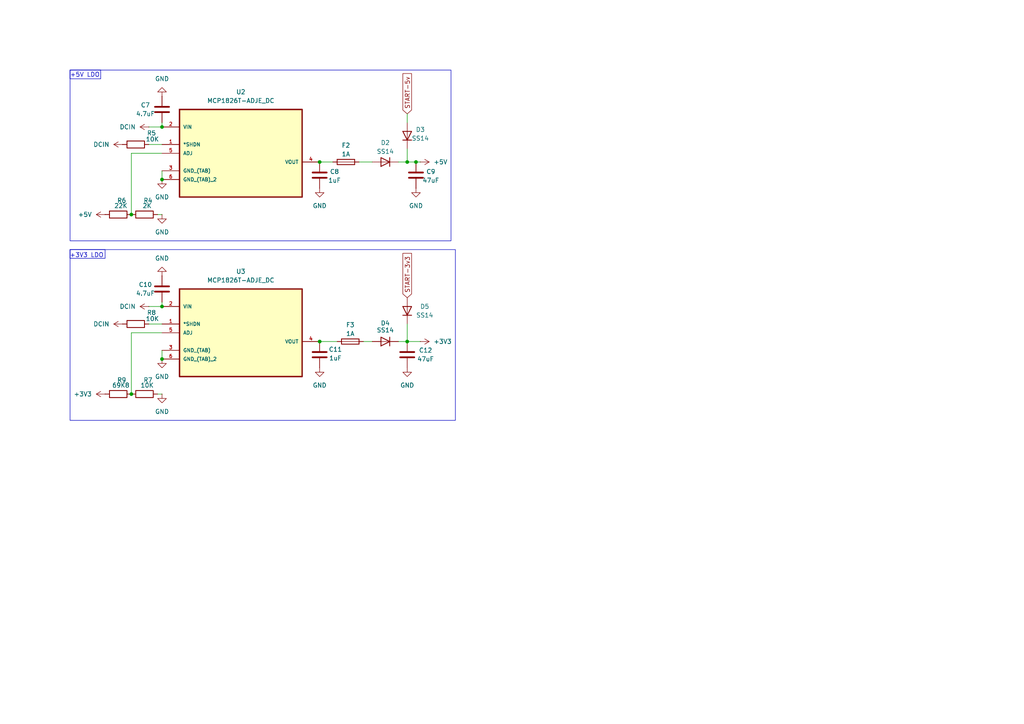
<source format=kicad_sch>
(kicad_sch (version 20250114) (generator "eeschema") (generator_version "9.0")
  (paper "A4")
  (title_block (title "LV_Regulator_Main") (rev "1.00A") (company "\"Black Horntets\" Formula Student team") (comment 1 "Authors: Dusan Novkovic; Nikola Popovic") (comment 2 "Subteam: Low Voltage Team"))
  (lib_symbols
    (symbol "Device:C" (pin_numbers (hide yes)) (pin_names (offset 0.254))
      (property "Reference" "C" (at 0.635 2.54 0))
      (property "Value" "C" (at 0.635 -2.54 0))
      (symbol "C_0_1"
        (polyline (pts (xy -2.032 0.762) (xy 2.032 0.762)) (stroke (width 0.508)))
        (polyline (pts (xy -2.032 -0.762) (xy 2.032 -0.762)) (stroke (width 0.508)))
      )
      (symbol "C_1_1"
        (pin passive line (at 0 3.81 270) (length 2.794) (name "~") (number "1"))
        (pin passive line (at 0 -3.81 90) (length 2.794) (name "~") (number "2"))
      )
    )
    (symbol "Device:D" (pin_numbers (hide yes)) (pin_names (offset 1.016) (hide yes))
      (property "Reference" "D" (at 0 2.54 0))
      (property "Value" "D" (at 0 -2.54 0))
      (symbol "D_0_1"
        (polyline (pts (xy -1.27 1.27) (xy -1.27 -1.27)) (stroke (width 0.254)))
        (polyline (pts (xy 1.27 1.27) (xy 1.27 -1.27) (xy -1.27 0) (xy 1.27 1.27)) (stroke (width 0.254)))
        (polyline (pts (xy 1.27 0) (xy -1.27 0)))
      )
      (symbol "D_1_1"
        (pin passive line (at -3.81 0 0) (length 2.54) (name "K") (number "1"))
        (pin passive line (at 3.81 0 180) (length 2.54) (name "A") (number "2"))
      )
    )
    (symbol "Device:Fuse" (pin_numbers (hide yes)) (pin_names (offset 0))
      (property "Reference" "F" (at 2.032 0 90))
      (property "Value" "Fuse" (at -1.905 0 90))
      (symbol "Fuse_0_1"
        (rectangle (start -0.762 -2.54) (end 0.762 2.54) (stroke (width 0.254)))
        (polyline (pts (xy 0 2.54) (xy 0 -2.54)))
      )
      (symbol "Fuse_1_1"
        (pin passive line (at 0 3.81 270) (length 1.27) (name "~") (number "1"))
        (pin passive line (at 0 -3.81 90) (length 1.27) (name "~") (number "2"))
      )
    )
    (symbol "Device:R" (pin_numbers (hide yes)) (pin_names (offset 0))
      (property "Reference" "R" (at 2.032 0 90))
      (property "Value" "R" (at 0 0 90))
      (symbol "R_0_1"
        (rectangle (start -1.016 -2.54) (end 1.016 2.54) (stroke (width 0.254)))
      )
      (symbol "R_1_1"
        (pin passive line (at 0 3.81 270) (length 1.27) (name "~") (number "1"))
        (pin passive line (at 0 -3.81 90) (length 1.27) (name "~") (number "2"))
      )
    )
    (symbol "MCP1826T-ADJE_DC:MCP1826T-ADJE_DC" (pin_names (offset 1.016))
      (property "Reference" "U" (at -4.7244 11.2776 0))
      (property "Value" "MCP1826T-ADJE_DC" (at -6.6802 -17.7292 0))
      (symbol "MCP1826T-ADJE_DC_0_0"
        (rectangle (start -17.78 -15.24) (end 17.78 10.16) (stroke (width 0.4064)) (fill (type background)))
        (pin input line (at -22.86 5.08 0) (length 5.08) (name "VIN") (number "2"))
        (pin input line (at -22.86 0 0) (length 5.08) (name "*SHDN") (number "1"))
        (pin input line (at -22.86 -2.54 0) (length 5.08) (name "ADJ") (number "5"))
        (pin passive line (at -22.86 -7.62 0) (length 5.08) (name "GND_(TAB)") (number "3"))
        (pin passive line (at -22.86 -10.16 0) (length 5.08) (name "GND_(TAB)_2") (number "6"))
        (pin output line (at 22.86 -5.08 180) (length 5.08) (name "VOUT") (number "4"))
      )
    )
    (symbol "power:+3V3" (power) (pin_numbers (hide yes)) (pin_names (offset 0) (hide yes))
      (property "Value" "+3V3" (at 0 3.556 0))
      (symbol "+3V3_0_1"
        (polyline (pts (xy -0.762 1.27) (xy 0 2.54)))
        (polyline (pts (xy 0 2.54) (xy 0.762 1.27)))
        (polyline (pts (xy 0 0) (xy 0 2.54)))
      )
      (symbol "+3V3_1_1"
        (pin power_in line (at 0 0 90) (length 0) (name "~") (number "1"))
      )
    )
    (symbol "power:+5V" (power) (pin_numbers (hide yes)) (pin_names (offset 0) (hide yes))
      (property "Value" "+5V" (at 0 3.556 0))
      (symbol "+5V_0_1"
        (polyline (pts (xy -0.762 1.27) (xy 0 2.54)))
        (polyline (pts (xy 0 2.54) (xy 0.762 1.27)))
        (polyline (pts (xy 0 0) (xy 0 2.54)))
      )
      (symbol "+5V_1_1"
        (pin power_in line (at 0 0 90) (length 0) (name "~") (number "1"))
      )
    )
    (symbol "power:GND" (power) (pin_numbers (hide yes)) (pin_names (offset 0) (hide yes))
      (property "Value" "GND" (at 0 -3.81 0))
      (symbol "GND_0_1"
        (polyline (pts (xy 0 0) (xy 0 -1.27) (xy 1.27 -1.27) (xy 0 -2.54) (xy -1.27 -1.27) (xy 0 -1.27)))
      )
      (symbol "GND_1_1"
        (pin power_in line (at 0 0 270) (length 0) (name "~") (number "1"))
      )
    )
    (symbol "power:VD" (power) (pin_numbers (hide yes)) (pin_names (offset 0) (hide yes))
      (property "Value" "VD" (at 0 3.556 0))
      (symbol "VD_0_1"
        (polyline (pts (xy -0.762 1.27) (xy 0 2.54)))
        (polyline (pts (xy 0 2.54) (xy 0.762 1.27)))
        (polyline (pts (xy 0 0) (xy 0 2.54)))
      )
      (symbol "VD_1_1"
        (pin power_in line (at 0 0 90) (length 0) (name "~") (number "1"))
      )
    )
  )
  (rectangle (start 20.32 20.32) (end 29.21 22.86))
  (rectangle (start 20.32 72.39) (end 30.48 74.93))
  (rectangle (start 20.32 72.39) (end 132.08 121.92))
  (rectangle (start 20.32 20.32) (end 130.81 69.85))
  (text "+5V LDO" (at 24.638 21.844 0) (effects (font (size 1.27 1.27))))
  (text "+3V3 LDO" (at 25.146 74.168 0) (effects (font (size 1.27 1.27))))
  (junction (at 38.1 62.23))
  (junction (at 92.71 99.06))
  (junction (at 118.11 46.99))
  (junction (at 92.71 46.99))
  (junction (at 46.99 88.9))
  (junction (at 46.99 52.07))
  (junction (at 38.1 114.3))
  (junction (at 120.65 46.99))
  (junction (at 46.99 36.83))
  (junction (at 46.99 104.14))
  (junction (at 118.11 99.06))
  (wire (pts (xy 43.18 88.9) (xy 46.99 88.9)))
  (wire (pts (xy 46.99 87.63) (xy 46.99 88.9)))
  (wire (pts (xy 43.18 36.83) (xy 46.99 36.83)))
  (wire (pts (xy 46.99 44.45) (xy 38.1 44.45)))
  (wire (pts (xy 120.65 46.99) (xy 118.11 46.99)))
  (wire (pts (xy 97.79 99.06) (xy 92.71 99.06)))
  (wire (pts (xy 118.11 33.02) (xy 118.11 35.56)))
  (wire (pts (xy 115.57 46.99) (xy 118.11 46.99)))
  (wire (pts (xy 96.52 46.99) (xy 92.71 46.99)))
  (wire (pts (xy 46.99 62.23) (xy 45.72 62.23)))
  (wire (pts (xy 118.11 99.06) (xy 121.92 99.06)))
  (wire (pts (xy 46.99 35.56) (xy 46.99 36.83)))
  (wire (pts (xy 115.57 99.06) (xy 118.11 99.06)))
  (wire (pts (xy 121.92 46.99) (xy 120.65 46.99)))
  (wire (pts (xy 46.99 96.52) (xy 38.1 96.52)))
  (wire (pts (xy 38.1 96.52) (xy 38.1 114.3)))
  (wire (pts (xy 46.99 114.3) (xy 45.72 114.3)))
  (wire (pts (xy 118.11 43.18) (xy 118.11 46.99)))
  (wire (pts (xy 118.11 93.98) (xy 118.11 99.06)))
  (wire (pts (xy 43.18 93.98) (xy 46.99 93.98)))
  (wire (pts (xy 46.99 101.6) (xy 46.99 104.14)))
  (wire (pts (xy 38.1 44.45) (xy 38.1 62.23)))
  (wire (pts (xy 104.14 46.99) (xy 107.95 46.99)))
  (wire (pts (xy 46.99 49.53) (xy 46.99 52.07)))
  (wire (pts (xy 105.41 99.06) (xy 107.95 99.06)))
  (wire (pts (xy 43.18 41.91) (xy 46.99 41.91)))
  (global_label "START-5v" (shape input) (at 118.11 33.02 90) (property "Intersheetrefs" "${INTERSHEET_REFS}" (effects (hide yes))))
  (global_label "START-3v3" (shape input) (at 118.11 86.36 90) (property "Intersheetrefs" "${INTERSHEET_REFS}" (effects (hide yes))))
  (symbol (lib_id "power:VD") (at 35.56 41.91 90) (unit 1)
    (property "Reference" "#PWR026" (effects (hide yes)))
    (property "Value" "DCIN" (at 31.75 41.9099 90) (effects (justify left)))
    (property "Description" "Power symbol creates a global label with name \"VD\"" (effects (hide yes)))
  )
  (symbol (lib_id "Device:C") (at 118.11 102.87 180) (unit 1)
    (property "Reference" "C12" (at 123.444 101.6 0))
    (property "Value" "47uF" (at 123.444 104.14 0))
    (property "Description" "Unpolarized capacitor" (effects (hide yes)))
  )
  (symbol (lib_id "Device:D") (at 111.76 99.06 180) (unit 1)
    (property "Reference" "D4" (at 111.76 93.726 0))
    (property "Value" "SS14" (at 111.76 95.758 0))
    (property "Description" "Diode" (effects (hide yes)))
    (property "Sim.Device" "D" (effects (hide yes)))
    (property "Sim.Pins" "1=K 2=A" (effects (hide yes)))
  )
  (symbol (lib_id "Device:R") (at 41.91 114.3 270) (unit 1)
    (property "Reference" "R9" (at 35.306 110.236 90))
    (property "Value" "69K8" (at 35.052 111.76 90))
    (property "Description" "Resistor" (effects (hide yes)))
  )
  (symbol (lib_id "power:+5V") (at 30.48 62.23 90) (unit 1)
    (property "Reference" "#PWR025" (effects (hide yes)))
    (property "Value" "+5V" (at 26.67 62.2299 90) (effects (justify left)))
    (property "Description" "Power symbol creates a global label with name \"+5V\"" (effects (hide yes)))
  )
  (symbol (lib_id "power:GND") (at 46.99 80.01 180) (unit 1)
    (property "Reference" "#PWR037" (effects (hide yes)))
    (property "Value" "GND" (at 46.99 74.93 0))
    (property "Description" "Power symbol creates a global label with name \"GND\" , ground" (effects (hide yes)))
  )
  (symbol (lib_id "Device:R") (at 39.37 41.91 90) (unit 1)
    (property "Reference" "R5" (at 43.942 38.608 90))
    (property "Value" "10K" (at 44.196 40.386 90))
    (property "Description" "Resistor" (effects (hide yes)))
  )
  (symbol (lib_id "power:GND") (at 92.71 54.61 0) (unit 1)
    (property "Reference" "#PWR031" (effects (hide yes)))
    (property "Value" "GND" (at 92.71 59.69 0))
    (property "Description" "Power symbol creates a global label with name \"GND\" , ground" (effects (hide yes)))
  )
  (symbol (lib_id "power:+3V3") (at 121.92 99.06 270) (unit 1)
    (property "Reference" "#PWR042" (effects (hide yes)))
    (property "Value" "+3V3" (at 125.73 99.0599 90) (effects (justify left)))
    (property "Description" "Power symbol creates a global label with name \"+3V3\"" (effects (hide yes)))
  )
  (symbol (lib_id "Device:R") (at 34.29 62.23 270) (unit 1)
    (property "Reference" "R4" (at 42.926 58.166 90))
    (property "Value" "2K" (at 42.672 59.69 90))
    (property "Description" "Resistor" (effects (hide yes)))
  )
  (symbol (lib_id "power:GND") (at 46.99 104.14 0) (unit 1)
    (property "Reference" "#PWR038" (effects (hide yes)))
    (property "Value" "GND" (at 46.99 109.22 0))
    (property "Description" "Power symbol creates a global label with name \"GND\" , ground" (effects (hide yes)))
  )
  (symbol (lib_id "power:VD") (at 43.18 36.83 90) (unit 1)
    (property "Reference" "#PWR027" (effects (hide yes)))
    (property "Value" "DCIN" (at 39.37 36.8299 90) (effects (justify left)))
    (property "Description" "Power symbol creates a global label with name \"VD\"" (effects (hide yes)))
  )
  (symbol (lib_id "power:GND") (at 46.99 114.3 0) (unit 1)
    (property "Reference" "#PWR039" (effects (hide yes)))
    (property "Value" "GND" (at 46.99 119.38 0))
    (property "Description" "Power symbol creates a global label with name \"GND\" , ground" (effects (hide yes)))
  )
  (symbol (lib_id "power:GND") (at 46.99 62.23 0) (unit 1)
    (property "Reference" "#PWR030" (effects (hide yes)))
    (property "Value" "GND" (at 46.99 67.31 0))
    (property "Description" "Power symbol creates a global label with name \"GND\" , ground" (effects (hide yes)))
  )
  (symbol (lib_id "power:GND") (at 120.65 54.61 0) (unit 1)
    (property "Reference" "#PWR032" (effects (hide yes)))
    (property "Value" "GND" (at 120.65 59.69 0))
    (property "Description" "Power symbol creates a global label with name \"GND\" , ground" (effects (hide yes)))
  )
  (symbol (lib_id "MCP1826T-ADJE_DC:MCP1826T-ADJE_DC") (at 69.85 41.91 0) (unit 1)
    (property "Reference" "U2" (at 69.85 26.67 0))
    (property "Value" "MCP1826T-ADJE_DC" (at 69.85 29.21 0))
    (property "Footprint" "MCP1826T-ADJE_DC:SOT230P700X180-6N" (effects (hide yes)))
    (property "MF" "Microchip" (effects (hide yes)))
    (property "Description_1" "IC,LINEAR REGULATOR;MAX. INPUT,6V;OUTPUT,V;1000MA;ACCURACY,0.5%;SOT223-5 | Microchip Technology Inc. MCP1826T-ADJE/DC" (effects (hide yes)))
    (property "PACKAGE" "SOT223-5" (effects (hide yes)))
    (property "MPN" "MCP1826T-ADJE/DC" (effects (hide yes)))
    (property "Price" "None" (effects (hide yes)))
    (property "Package" "SOT-223-5 Microchip" (effects (hide yes)))
    (property "OC_FARNELL" "1578432" (effects (hide yes)))
    (property "SnapEDA_Link" "https://www.snapeda.com/parts/MCP1826T-ADJE/DC/Microchip+Technology/view-part/?ref=snap" (effects (hide yes)))
    (property "MP" "MCP1826T-ADJE/DC" (effects (hide yes)))
    (property "SUPPLIER" "Microchip" (effects (hide yes)))
    (property "OC_NEWARK" "08N6496" (effects (hide yes)))
    (property "Availability" "In Stock" (effects (hide yes)))
    (property "Check_prices" "https://www.snapeda.com/parts/MCP1826T-ADJE/DC/Microchip+Technology/view-part/?ref=eda" (effects (hide yes)))
  )
  (symbol (lib_id "power:GND") (at 46.99 52.07 0) (unit 1)
    (property "Reference" "#PWR029" (effects (hide yes)))
    (property "Value" "GND" (at 46.99 57.15 0))
    (property "Description" "Power symbol creates a global label with name \"GND\" , ground" (effects (hide yes)))
  )
  (symbol (lib_id "power:GND") (at 92.71 106.68 0) (unit 1)
    (property "Reference" "#PWR040" (effects (hide yes)))
    (property "Value" "GND" (at 92.71 111.76 0))
    (property "Description" "Power symbol creates a global label with name \"GND\" , ground" (effects (hide yes)))
  )
  (symbol (lib_id "Device:C") (at 46.99 83.82 0) (unit 1)
    (property "Reference" "C10" (at 42.164 82.55 0))
    (property "Value" "4.7uF" (at 42.164 85.09 0))
    (property "Description" "Unpolarized capacitor" (effects (hide yes)))
  )
  (symbol (lib_id "power:VD") (at 43.18 88.9 90) (unit 1)
    (property "Reference" "#PWR036" (effects (hide yes)))
    (property "Value" "DCIN" (at 39.37 88.8999 90) (effects (justify left)))
    (property "Description" "Power symbol creates a global label with name \"VD\"" (effects (hide yes)))
  )
  (symbol (lib_id "power:+3V3") (at 30.48 114.3 90) (unit 1)
    (property "Reference" "#PWR034" (effects (hide yes)))
    (property "Value" "+3V3" (at 26.67 114.2999 90) (effects (justify left)))
    (property "Description" "Power symbol creates a global label with name \"+3V3\"" (effects (hide yes)))
  )
  (symbol (lib_id "power:GND") (at 46.99 27.94 180) (unit 1)
    (property "Reference" "#PWR028" (effects (hide yes)))
    (property "Value" "GND" (at 46.99 22.86 0))
    (property "Description" "Power symbol creates a global label with name \"GND\" , ground" (effects (hide yes)))
  )
  (symbol (lib_id "Device:Fuse") (at 101.6 99.06 90) (unit 1)
    (property "Reference" "F3" (at 101.6 94.234 90))
    (property "Value" "1A" (at 101.6 96.774 90))
    (property "Description" "Fuse" (effects (hide yes)))
  )
  (symbol (lib_id "Device:C") (at 120.65 50.8 180) (unit 1)
    (property "Reference" "C9" (at 124.968 49.784 0))
    (property "Value" "47uF" (at 124.968 52.324 0))
    (property "Description" "Unpolarized capacitor" (effects (hide yes)))
  )
  (symbol (lib_id "MCP1826T-ADJE_DC:MCP1826T-ADJE_DC") (at 69.85 93.98 0) (unit 1)
    (property "Reference" "U3" (at 69.85 78.74 0))
    (property "Value" "MCP1826T-ADJE_DC" (at 69.85 81.28 0))
    (property "Footprint" "MCP1826T-ADJE_DC:SOT230P700X180-6N" (effects (hide yes)))
    (property "MF" "Microchip" (effects (hide yes)))
    (property "Description_1" "IC,LINEAR REGULATOR;MAX. INPUT,6V;OUTPUT,V;1000MA;ACCURACY,0.5%;SOT223-5 | Microchip Technology Inc. MCP1826T-ADJE/DC" (effects (hide yes)))
    (property "PACKAGE" "SOT223-5" (effects (hide yes)))
    (property "MPN" "MCP1826T-ADJE/DC" (effects (hide yes)))
    (property "Price" "None" (effects (hide yes)))
    (property "Package" "SOT-223-5 Microchip" (effects (hide yes)))
    (property "OC_FARNELL" "1578432" (effects (hide yes)))
    (property "SnapEDA_Link" "https://www.snapeda.com/parts/MCP1826T-ADJE/DC/Microchip+Technology/view-part/?ref=snap" (effects (hide yes)))
    (property "MP" "MCP1826T-ADJE/DC" (effects (hide yes)))
    (property "SUPPLIER" "Microchip" (effects (hide yes)))
    (property "OC_NEWARK" "08N6496" (effects (hide yes)))
    (property "Availability" "In Stock" (effects (hide yes)))
    (property "Check_prices" "https://www.snapeda.com/parts/MCP1826T-ADJE/DC/Microchip+Technology/view-part/?ref=eda" (effects (hide yes)))
  )
  (symbol (lib_id "Device:D") (at 111.76 46.99 180) (unit 1)
    (property "Reference" "D2" (at 111.76 41.402 0))
    (property "Value" "SS14" (at 111.76 43.942 0))
    (property "Description" "Diode" (effects (hide yes)))
    (property "Sim.Device" "D" (effects (hide yes)))
    (property "Sim.Pins" "1=K 2=A" (effects (hide yes)))
  )
  (symbol (lib_id "Device:R") (at 34.29 114.3 270) (unit 1)
    (property "Reference" "R7" (at 42.926 110.236 90))
    (property "Value" "10K" (at 42.672 111.76 90))
    (property "Description" "Resistor" (effects (hide yes)))
  )
  (symbol (lib_id "power:+5V") (at 121.92 46.99 270) (unit 1)
    (property "Reference" "#PWR033" (effects (hide yes)))
    (property "Value" "+5V" (at 125.73 46.9899 90) (effects (justify left)))
    (property "Description" "Power symbol creates a global label with name \"+5V\"" (effects (hide yes)))
  )
  (symbol (lib_id "power:GND") (at 118.11 106.68 0) (unit 1)
    (property "Reference" "#PWR041" (effects (hide yes)))
    (property "Value" "GND" (at 118.11 111.76 0))
    (property "Description" "Power symbol creates a global label with name \"GND\" , ground" (effects (hide yes)))
  )
  (symbol (lib_id "Device:C") (at 92.71 102.87 180) (unit 1)
    (property "Reference" "C11" (at 97.282 101.346 0))
    (property "Value" "1uF" (at 97.282 103.886 0))
    (property "Description" "Unpolarized capacitor" (effects (hide yes)))
  )
  (symbol (lib_id "Device:R") (at 41.91 62.23 270) (unit 1)
    (property "Reference" "R6" (at 35.306 58.166 90))
    (property "Value" "22K" (at 35.052 59.69 90))
    (property "Description" "Resistor" (effects (hide yes)))
  )
  (symbol (lib_id "Device:C") (at 92.71 50.8 180) (unit 1)
    (property "Reference" "C8" (at 97.028 49.784 0))
    (property "Value" "1uF" (at 97.028 52.324 0))
    (property "Description" "Unpolarized capacitor" (effects (hide yes)))
  )
  (symbol (lib_id "Device:C") (at 46.99 31.75 0) (unit 1)
    (property "Reference" "C7" (at 42.164 30.48 0))
    (property "Value" "4.7uF" (at 42.164 33.02 0))
    (property "Description" "Unpolarized capacitor" (effects (hide yes)))
  )
  (symbol (lib_id "power:VD") (at 35.56 93.98 90) (unit 1)
    (property "Reference" "#PWR035" (effects (hide yes)))
    (property "Value" "DCIN" (at 31.75 93.9799 90) (effects (justify left)))
    (property "Description" "Power symbol creates a global label with name \"VD\"" (effects (hide yes)))
  )
  (symbol (lib_id "Device:D") (at 118.11 90.17 90) (unit 1)
    (property "Reference" "D5" (at 123.19 88.9 90))
    (property "Value" "SS14" (at 123.19 91.44 90))
    (property "Description" "Diode" (effects (hide yes)))
    (property "Sim.Device" "D" (effects (hide yes)))
    (property "Sim.Pins" "1=K 2=A" (effects (hide yes)))
  )
  (symbol (lib_id "Device:R") (at 39.37 93.98 90) (unit 1)
    (property "Reference" "R8" (at 43.942 90.678 90))
    (property "Value" "10K" (at 44.196 92.456 90))
    (property "Description" "Resistor" (effects (hide yes)))
  )
  (symbol (lib_id "Device:Fuse") (at 100.33 46.99 90) (unit 1)
    (property "Reference" "F2" (at 100.33 42.164 90))
    (property "Value" "1A" (at 100.33 44.704 90))
    (property "Description" "Fuse" (effects (hide yes)))
  )
  (symbol (lib_id "Device:D") (at 118.11 39.37 90) (unit 1)
    (property "Reference" "D3" (at 121.92 37.592 90))
    (property "Value" "SS14" (at 121.92 40.132 90))
    (property "Description" "Diode" (effects (hide yes)))
    (property "Sim.Device" "D" (effects (hide yes)))
    (property "Sim.Pins" "1=K 2=A" (effects (hide yes)))
  )
)
</source>
